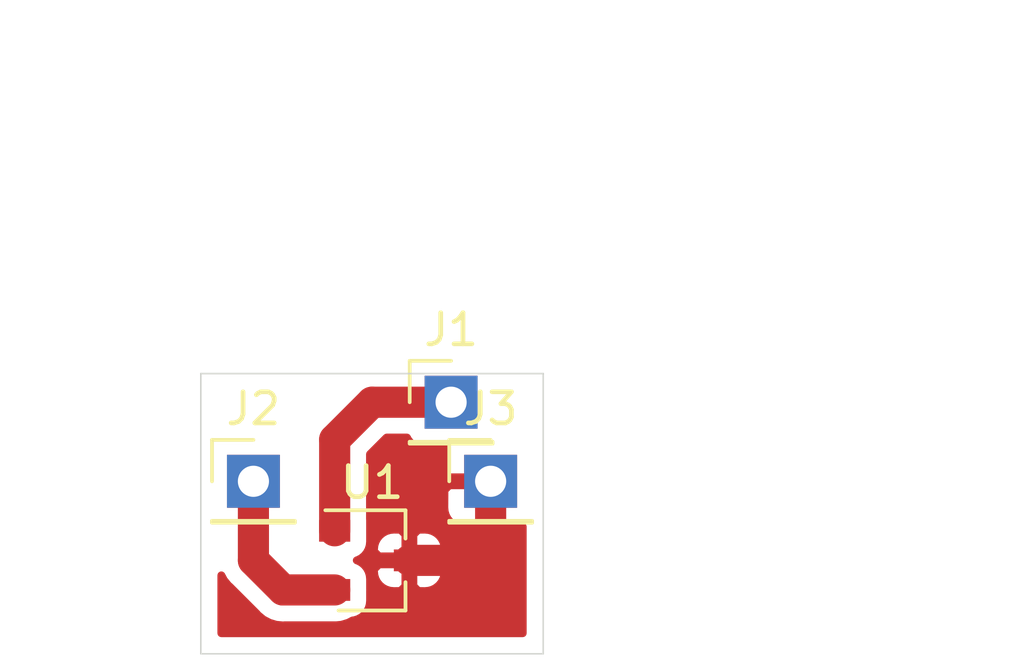
<source format=kicad_pcb>
(kicad_pcb (version 20171130) (host pcbnew "(5.1.9)-1")

  (general
    (thickness 1)
    (drawings 17)
    (tracks 9)
    (zones 0)
    (modules 4)
    (nets 4)
  )

  (page A4)
  (layers
    (0 F.Cu signal)
    (31 B.Cu signal)
    (32 B.Adhes user)
    (33 F.Adhes user)
    (34 B.Paste user)
    (35 F.Paste user)
    (36 B.SilkS user)
    (37 F.SilkS user)
    (38 B.Mask user)
    (39 F.Mask user)
    (40 Dwgs.User user)
    (41 Cmts.User user)
    (42 Eco1.User user)
    (43 Eco2.User user)
    (44 Edge.Cuts user)
    (45 Margin user)
    (46 B.CrtYd user)
    (47 F.CrtYd user)
    (48 B.Fab user)
    (49 F.Fab user)
  )

  (setup
    (last_trace_width 0.25)
    (user_trace_width 1)
    (user_trace_width 2)
    (trace_clearance 0.2)
    (zone_clearance 0.508)
    (zone_45_only no)
    (trace_min 0.2)
    (via_size 0.8)
    (via_drill 0.4)
    (via_min_size 0.4)
    (via_min_drill 0.3)
    (uvia_size 0.3)
    (uvia_drill 0.1)
    (uvias_allowed no)
    (uvia_min_size 0.2)
    (uvia_min_drill 0.1)
    (edge_width 0.05)
    (segment_width 0.2)
    (pcb_text_width 0.3)
    (pcb_text_size 1.5 1.5)
    (mod_edge_width 0.12)
    (mod_text_size 1 1)
    (mod_text_width 0.15)
    (pad_size 1.524 1.524)
    (pad_drill 0.762)
    (pad_to_mask_clearance 0)
    (aux_axis_origin 0 0)
    (grid_origin 127 88.9)
    (visible_elements 7FFFFFFF)
    (pcbplotparams
      (layerselection 0x010f0_ffffffff)
      (usegerberextensions true)
      (usegerberattributes false)
      (usegerberadvancedattributes false)
      (creategerberjobfile false)
      (excludeedgelayer true)
      (linewidth 0.100000)
      (plotframeref false)
      (viasonmask false)
      (mode 1)
      (useauxorigin true)
      (hpglpennumber 1)
      (hpglpenspeed 20)
      (hpglpendiameter 15.000000)
      (psnegative false)
      (psa4output false)
      (plotreference true)
      (plotvalue true)
      (plotinvisibletext false)
      (padsonsilk false)
      (subtractmaskfromsilk true)
      (outputformat 1)
      (mirror false)
      (drillshape 0)
      (scaleselection 1)
      (outputdirectory "gbr/"))
  )

  (net 0 "")
  (net 1 VCC)
  (net 2 "Net-(J2-Pad1)")
  (net 3 GND)

  (net_class Default "This is the default net class."
    (clearance 0.2)
    (trace_width 0.25)
    (via_dia 0.8)
    (via_drill 0.4)
    (uvia_dia 0.3)
    (uvia_drill 0.1)
    (add_net GND)
    (add_net "Net-(J2-Pad1)")
    (add_net VCC)
  )

  (module Package_TO_SOT_SMD:SOT-23W (layer F.Cu) (tedit 5A02FF57) (tstamp 60D4AE1B)
    (at 127 88.9)
    (descr "SOT-23W http://www.allegromicro.com/~/media/Files/Datasheets/A112x-Datasheet.ashx?la=en&hash=7BC461E058CC246E0BAB62433B2F1ECA104CA9D3")
    (tags SOT-23W)
    (path /60D6EDE4)
    (attr smd)
    (fp_text reference U1 (at 0 -2.5) (layer F.SilkS)
      (effects (font (size 1 1) (thickness 0.15)))
    )
    (fp_text value A1302ELHLT-T (at 0 2.5) (layer F.Fab)
      (effects (font (size 1 1) (thickness 0.15)))
    )
    (fp_line (start -1.95 1.74) (end -1.95 -1.74) (layer F.CrtYd) (width 0.05))
    (fp_line (start 1.95 1.74) (end -1.95 1.74) (layer F.CrtYd) (width 0.05))
    (fp_line (start 1.95 -1.74) (end 1.95 1.74) (layer F.CrtYd) (width 0.05))
    (fp_line (start -1.95 -1.74) (end 1.95 -1.74) (layer F.CrtYd) (width 0.05))
    (fp_line (start -0.955 1.49) (end 0.955 1.49) (layer F.Fab) (width 0.1))
    (fp_line (start 0.955 -1.49) (end 0.955 1.49) (layer F.Fab) (width 0.1))
    (fp_line (start -0.955 -0.49) (end 0.045 -1.49) (layer F.Fab) (width 0.1))
    (fp_line (start 0.045 -1.49) (end 0.955 -1.49) (layer F.Fab) (width 0.1))
    (fp_line (start -0.955 -0.49) (end -0.955 1.49) (layer F.Fab) (width 0.1))
    (fp_line (start -1.075 1.61) (end 1.075 1.61) (layer F.SilkS) (width 0.12))
    (fp_line (start -1.5 -1.61) (end 1.075 -1.61) (layer F.SilkS) (width 0.12))
    (fp_line (start 1.075 0.7) (end 1.075 1.61) (layer F.SilkS) (width 0.12))
    (fp_line (start 1.075 -1.61) (end 1.075 -0.7) (layer F.SilkS) (width 0.12))
    (fp_text user %R (at 0 0 90) (layer F.Fab)
      (effects (font (size 0.5 0.5) (thickness 0.075)))
    )
    (pad 3 smd rect (at 1.2 0) (size 1 0.7) (layers F.Cu F.Paste F.Mask)
      (net 3 GND))
    (pad 2 smd rect (at -1.2 0.95) (size 1 0.7) (layers F.Cu F.Paste F.Mask)
      (net 2 "Net-(J2-Pad1)"))
    (pad 1 smd rect (at -1.2 -0.95) (size 1 0.7) (layers F.Cu F.Paste F.Mask)
      (net 1 VCC))
    (model ${KISYS3DMOD}/Package_TO_SOT_SMD.3dshapes/SOT-23W.wrl
      (at (xyz 0 0 0))
      (scale (xyz 1 1 1))
      (rotate (xyz 0 0 0))
    )
  )

  (module Connector_PinHeader_2.54mm:PinHeader_1x01_P2.54mm_Vertical (layer F.Cu) (tedit 59FED5CC) (tstamp 619A3AEE)
    (at 130.81 86.36)
    (descr "Through hole straight pin header, 1x01, 2.54mm pitch, single row")
    (tags "Through hole pin header THT 1x01 2.54mm single row")
    (path /60D72BBA)
    (fp_text reference J3 (at 0 -2.33) (layer F.SilkS)
      (effects (font (size 1 1) (thickness 0.15)))
    )
    (fp_text value Conn_01x01 (at 0 2.33) (layer F.Fab)
      (effects (font (size 1 1) (thickness 0.15)))
    )
    (fp_line (start -0.635 -1.27) (end 1.27 -1.27) (layer F.Fab) (width 0.1))
    (fp_line (start 1.27 -1.27) (end 1.27 1.27) (layer F.Fab) (width 0.1))
    (fp_line (start 1.27 1.27) (end -1.27 1.27) (layer F.Fab) (width 0.1))
    (fp_line (start -1.27 1.27) (end -1.27 -0.635) (layer F.Fab) (width 0.1))
    (fp_line (start -1.27 -0.635) (end -0.635 -1.27) (layer F.Fab) (width 0.1))
    (fp_line (start -1.33 1.33) (end 1.33 1.33) (layer F.SilkS) (width 0.12))
    (fp_line (start -1.33 1.27) (end -1.33 1.33) (layer F.SilkS) (width 0.12))
    (fp_line (start 1.33 1.27) (end 1.33 1.33) (layer F.SilkS) (width 0.12))
    (fp_line (start -1.33 1.27) (end 1.33 1.27) (layer F.SilkS) (width 0.12))
    (fp_line (start -1.33 0) (end -1.33 -1.33) (layer F.SilkS) (width 0.12))
    (fp_line (start -1.33 -1.33) (end 0 -1.33) (layer F.SilkS) (width 0.12))
    (fp_line (start -1.8 -1.8) (end -1.8 1.8) (layer F.CrtYd) (width 0.05))
    (fp_line (start -1.8 1.8) (end 1.8 1.8) (layer F.CrtYd) (width 0.05))
    (fp_line (start 1.8 1.8) (end 1.8 -1.8) (layer F.CrtYd) (width 0.05))
    (fp_line (start 1.8 -1.8) (end -1.8 -1.8) (layer F.CrtYd) (width 0.05))
    (fp_text user %R (at 0 0 90) (layer F.Fab)
      (effects (font (size 1 1) (thickness 0.15)))
    )
    (pad 1 thru_hole rect (at 0 0) (size 1.7 1.7) (drill 1) (layers *.Cu *.Mask)
      (net 3 GND))
    (model ${KISYS3DMOD}/Connector_PinHeader_2.54mm.3dshapes/PinHeader_1x01_P2.54mm_Vertical.wrl
      (at (xyz 0 0 0))
      (scale (xyz 1 1 1))
      (rotate (xyz 0 0 0))
    )
  )

  (module Connector_PinHeader_2.54mm:PinHeader_1x01_P2.54mm_Vertical (layer F.Cu) (tedit 59FED5CC) (tstamp 60D4ADF1)
    (at 123.19 86.36)
    (descr "Through hole straight pin header, 1x01, 2.54mm pitch, single row")
    (tags "Through hole pin header THT 1x01 2.54mm single row")
    (path /60D71E2A)
    (fp_text reference J2 (at 0 -2.33) (layer F.SilkS)
      (effects (font (size 1 1) (thickness 0.15)))
    )
    (fp_text value Conn_01x01 (at 0 2.33) (layer F.Fab)
      (effects (font (size 1 1) (thickness 0.15)))
    )
    (fp_line (start 1.8 -1.8) (end -1.8 -1.8) (layer F.CrtYd) (width 0.05))
    (fp_line (start 1.8 1.8) (end 1.8 -1.8) (layer F.CrtYd) (width 0.05))
    (fp_line (start -1.8 1.8) (end 1.8 1.8) (layer F.CrtYd) (width 0.05))
    (fp_line (start -1.8 -1.8) (end -1.8 1.8) (layer F.CrtYd) (width 0.05))
    (fp_line (start -1.33 -1.33) (end 0 -1.33) (layer F.SilkS) (width 0.12))
    (fp_line (start -1.33 0) (end -1.33 -1.33) (layer F.SilkS) (width 0.12))
    (fp_line (start -1.33 1.27) (end 1.33 1.27) (layer F.SilkS) (width 0.12))
    (fp_line (start 1.33 1.27) (end 1.33 1.33) (layer F.SilkS) (width 0.12))
    (fp_line (start -1.33 1.27) (end -1.33 1.33) (layer F.SilkS) (width 0.12))
    (fp_line (start -1.33 1.33) (end 1.33 1.33) (layer F.SilkS) (width 0.12))
    (fp_line (start -1.27 -0.635) (end -0.635 -1.27) (layer F.Fab) (width 0.1))
    (fp_line (start -1.27 1.27) (end -1.27 -0.635) (layer F.Fab) (width 0.1))
    (fp_line (start 1.27 1.27) (end -1.27 1.27) (layer F.Fab) (width 0.1))
    (fp_line (start 1.27 -1.27) (end 1.27 1.27) (layer F.Fab) (width 0.1))
    (fp_line (start -0.635 -1.27) (end 1.27 -1.27) (layer F.Fab) (width 0.1))
    (fp_text user %R (at 0 0 90) (layer F.Fab)
      (effects (font (size 1 1) (thickness 0.15)))
    )
    (pad 1 thru_hole rect (at 0 0) (size 1.7 1.7) (drill 1) (layers *.Cu *.Mask)
      (net 2 "Net-(J2-Pad1)"))
    (model ${KISYS3DMOD}/Connector_PinHeader_2.54mm.3dshapes/PinHeader_1x01_P2.54mm_Vertical.wrl
      (at (xyz 0 0 0))
      (scale (xyz 1 1 1))
      (rotate (xyz 0 0 0))
    )
  )

  (module Connector_PinHeader_2.54mm:PinHeader_1x01_P2.54mm_Vertical (layer F.Cu) (tedit 59FED5CC) (tstamp 60D4ADDC)
    (at 129.54 83.82)
    (descr "Through hole straight pin header, 1x01, 2.54mm pitch, single row")
    (tags "Through hole pin header THT 1x01 2.54mm single row")
    (path /60D71194)
    (fp_text reference J1 (at 0 -2.33) (layer F.SilkS)
      (effects (font (size 1 1) (thickness 0.15)))
    )
    (fp_text value Conn_01x01 (at 0 2.33) (layer F.Fab)
      (effects (font (size 1 1) (thickness 0.15)))
    )
    (fp_line (start 1.8 -1.8) (end -1.8 -1.8) (layer F.CrtYd) (width 0.05))
    (fp_line (start 1.8 1.8) (end 1.8 -1.8) (layer F.CrtYd) (width 0.05))
    (fp_line (start -1.8 1.8) (end 1.8 1.8) (layer F.CrtYd) (width 0.05))
    (fp_line (start -1.8 -1.8) (end -1.8 1.8) (layer F.CrtYd) (width 0.05))
    (fp_line (start -1.33 -1.33) (end 0 -1.33) (layer F.SilkS) (width 0.12))
    (fp_line (start -1.33 0) (end -1.33 -1.33) (layer F.SilkS) (width 0.12))
    (fp_line (start -1.33 1.27) (end 1.33 1.27) (layer F.SilkS) (width 0.12))
    (fp_line (start 1.33 1.27) (end 1.33 1.33) (layer F.SilkS) (width 0.12))
    (fp_line (start -1.33 1.27) (end -1.33 1.33) (layer F.SilkS) (width 0.12))
    (fp_line (start -1.33 1.33) (end 1.33 1.33) (layer F.SilkS) (width 0.12))
    (fp_line (start -1.27 -0.635) (end -0.635 -1.27) (layer F.Fab) (width 0.1))
    (fp_line (start -1.27 1.27) (end -1.27 -0.635) (layer F.Fab) (width 0.1))
    (fp_line (start 1.27 1.27) (end -1.27 1.27) (layer F.Fab) (width 0.1))
    (fp_line (start 1.27 -1.27) (end 1.27 1.27) (layer F.Fab) (width 0.1))
    (fp_line (start -0.635 -1.27) (end 1.27 -1.27) (layer F.Fab) (width 0.1))
    (fp_text user %R (at 0 0 90) (layer F.Fab)
      (effects (font (size 1 1) (thickness 0.15)))
    )
    (pad 1 thru_hole rect (at 0 0) (size 1.7 1.7) (drill 1) (layers *.Cu *.Mask)
      (net 1 VCC))
    (model ${KISYS3DMOD}/Connector_PinHeader_2.54mm.3dshapes/PinHeader_1x01_P2.54mm_Vertical.wrl
      (at (xyz 0 0 0))
      (scale (xyz 1 1 1))
      (rotate (xyz 0 0 0))
    )
  )

  (gr_line (start 121.5 91.9) (end 121.5 82.9) (layer Edge.Cuts) (width 0.05) (tstamp 612B7BC7))
  (gr_line (start 132.5 91.9) (end 121.5 91.9) (layer Edge.Cuts) (width 0.05))
  (gr_line (start 132.5 82.9) (end 132.5 91.9) (layer Edge.Cuts) (width 0.05))
  (gr_line (start 121.5 82.9) (end 132.5 82.9) (layer Edge.Cuts) (width 0.05))
  (dimension 11 (width 0.15) (layer Dwgs.User)
    (gr_text "11.000 mm" (at 127 71.598) (layer Dwgs.User)
      (effects (font (size 1 1) (thickness 0.15)))
    )
    (feature1 (pts (xy 121.5 82.9) (xy 121.5 72.311579)))
    (feature2 (pts (xy 132.5 82.9) (xy 132.5 72.311579)))
    (crossbar (pts (xy 132.5 72.898) (xy 121.5 72.898)))
    (arrow1a (pts (xy 121.5 72.898) (xy 122.626504 72.311579)))
    (arrow1b (pts (xy 121.5 72.898) (xy 122.626504 73.484421)))
    (arrow2a (pts (xy 132.5 72.898) (xy 131.373496 72.311579)))
    (arrow2b (pts (xy 132.5 72.898) (xy 131.373496 73.484421)))
  )
  (dimension 9 (width 0.15) (layer Dwgs.User)
    (gr_text "9.000 mm" (at 146.588 87.4 270) (layer Dwgs.User)
      (effects (font (size 1 1) (thickness 0.15)))
    )
    (feature1 (pts (xy 132.5 91.9) (xy 145.874421 91.9)))
    (feature2 (pts (xy 132.5 82.9) (xy 145.874421 82.9)))
    (crossbar (pts (xy 145.288 82.9) (xy 145.288 91.9)))
    (arrow1a (pts (xy 145.288 91.9) (xy 144.701579 90.773496)))
    (arrow1b (pts (xy 145.288 91.9) (xy 145.874421 90.773496)))
    (arrow2a (pts (xy 145.288 82.9) (xy 144.701579 84.026504)))
    (arrow2b (pts (xy 145.288 82.9) (xy 145.874421 84.026504)))
  )
  (dimension 2.54 (width 0.15) (layer Dwgs.User)
    (gr_text "2.540 mm" (at 118.715 87.63 90) (layer Dwgs.User)
      (effects (font (size 1 1) (thickness 0.15)))
    )
    (feature1 (pts (xy 127 86.36) (xy 119.428579 86.36)))
    (feature2 (pts (xy 127 88.9) (xy 119.428579 88.9)))
    (crossbar (pts (xy 120.015 88.9) (xy 120.015 86.36)))
    (arrow1a (pts (xy 120.015 86.36) (xy 120.601421 87.486504)))
    (arrow1b (pts (xy 120.015 86.36) (xy 119.428579 87.486504)))
    (arrow2a (pts (xy 120.015 88.9) (xy 120.601421 87.773496)))
    (arrow2b (pts (xy 120.015 88.9) (xy 119.428579 87.773496)))
  )
  (dimension 3.81 (width 0.15) (layer Dwgs.User)
    (gr_text "3.810 mm" (at 128.905 79.98) (layer Dwgs.User)
      (effects (font (size 1 1) (thickness 0.15)))
    )
    (feature1 (pts (xy 130.81 88.9) (xy 130.81 80.693579)))
    (feature2 (pts (xy 127 88.9) (xy 127 80.693579)))
    (crossbar (pts (xy 127 81.28) (xy 130.81 81.28)))
    (arrow1a (pts (xy 130.81 81.28) (xy 129.683496 81.866421)))
    (arrow1b (pts (xy 130.81 81.28) (xy 129.683496 80.693579)))
    (arrow2a (pts (xy 127 81.28) (xy 128.126504 81.866421)))
    (arrow2b (pts (xy 127 81.28) (xy 128.126504 80.693579)))
  )
  (gr_circle (center 127 88.9) (end 129.54 88.9) (layer Dwgs.User) (width 0.15))
  (gr_line (start 121.5 82.9) (end 132.5 82.9) (layer Dwgs.User) (width 0.15) (tstamp 60D4B18C))
  (gr_line (start 121.5 91.9) (end 121.5 82.9) (layer Dwgs.User) (width 0.15))
  (gr_line (start 132.5 91.9) (end 121.5 91.9) (layer Dwgs.User) (width 0.15))
  (gr_line (start 132.5 82.9) (end 132.5 91.9) (layer Dwgs.User) (width 0.15))
  (gr_circle (center 127 88.9) (end 128.905 88.9) (layer Dwgs.User) (width 0.15))
  (dimension 5.08 (width 0.15) (layer Dwgs.User)
    (gr_text "5.080 mm" (at 139.73 86.36 90) (layer Dwgs.User)
      (effects (font (size 1 1) (thickness 0.15)))
    )
    (feature1 (pts (xy 127 83.82) (xy 139.016421 83.82)))
    (feature2 (pts (xy 127 88.9) (xy 139.016421 88.9)))
    (crossbar (pts (xy 138.43 88.9) (xy 138.43 83.82)))
    (arrow1a (pts (xy 138.43 83.82) (xy 139.016421 84.946504)))
    (arrow1b (pts (xy 138.43 83.82) (xy 137.843579 84.946504)))
    (arrow2a (pts (xy 138.43 88.9) (xy 139.016421 87.773496)))
    (arrow2b (pts (xy 138.43 88.9) (xy 137.843579 87.773496)))
  )
  (dimension 2.54 (width 0.15) (layer Dwgs.User)
    (gr_text "2.540 mm" (at 128.27 74.9) (layer Dwgs.User)
      (effects (font (size 1 1) (thickness 0.15)))
    )
    (feature1 (pts (xy 129.54 88.9) (xy 129.54 75.613579)))
    (feature2 (pts (xy 127 88.9) (xy 127 75.613579)))
    (crossbar (pts (xy 127 76.2) (xy 129.54 76.2)))
    (arrow1a (pts (xy 129.54 76.2) (xy 128.413496 76.786421)))
    (arrow1b (pts (xy 129.54 76.2) (xy 128.413496 75.613579)))
    (arrow2a (pts (xy 127 76.2) (xy 128.126504 76.786421)))
    (arrow2b (pts (xy 127 76.2) (xy 128.126504 75.613579)))
  )
  (dimension 3.81 (width 0.15) (layer Dwgs.User)
    (gr_text "3.810 mm" (at 125.095 77.44) (layer Dwgs.User)
      (effects (font (size 1 1) (thickness 0.15)))
    )
    (feature1 (pts (xy 123.19 88.9) (xy 123.19 78.153579)))
    (feature2 (pts (xy 127 88.9) (xy 127 78.153579)))
    (crossbar (pts (xy 127 78.74) (xy 123.19 78.74)))
    (arrow1a (pts (xy 123.19 78.74) (xy 124.316504 78.153579)))
    (arrow1b (pts (xy 123.19 78.74) (xy 124.316504 79.326421)))
    (arrow2a (pts (xy 127 78.74) (xy 125.873496 78.153579)))
    (arrow2b (pts (xy 127 78.74) (xy 125.873496 79.326421)))
  )

  (segment (start 125.8 87.95) (end 125.8 85.02) (width 1) (layer F.Cu) (net 1))
  (segment (start 127 83.82) (end 129.54 83.82) (width 1) (layer F.Cu) (net 1))
  (segment (start 125.8 85.02) (end 127 83.82) (width 1) (layer F.Cu) (net 1))
  (segment (start 125.8 89.85) (end 124.14 89.85) (width 1) (layer F.Cu) (net 2))
  (segment (start 123.19 88.9) (end 123.19 86.36) (width 1) (layer F.Cu) (net 2))
  (segment (start 124.14 89.85) (end 123.19 88.9) (width 1) (layer F.Cu) (net 2))
  (segment (start 128.2 88.9) (end 130.302 88.9) (width 1) (layer F.Cu) (net 3))
  (segment (start 130.302 88.9) (end 130.81 88.392) (width 1) (layer F.Cu) (net 3))
  (segment (start 130.81 88.392) (end 130.81 86.36) (width 1) (layer F.Cu) (net 3))

  (zone (net 3) (net_name GND) (layer F.Cu) (tstamp 0) (hatch edge 0.508)
    (connect_pads (clearance 0.508))
    (min_thickness 0.254)
    (fill yes (arc_segments 32) (thermal_gap 0.508) (thermal_bridge_width 0.508))
    (polygon
      (pts
        (xy 132.588 91.948) (xy 121.412 91.948) (xy 121.412 82.804) (xy 132.588 82.804)
      )
    )
    (filled_polygon
      (pts
        (xy 128.159463 85.024494) (xy 128.238815 85.121185) (xy 128.335506 85.200537) (xy 128.44582 85.259502) (xy 128.565518 85.295812)
        (xy 128.69 85.308072) (xy 129.357681 85.308072) (xy 129.334188 85.385518) (xy 129.321928 85.51) (xy 129.325 86.07425)
        (xy 129.48375 86.233) (xy 130.683 86.233) (xy 130.683 86.213) (xy 130.937 86.213) (xy 130.937 86.233)
        (xy 130.957 86.233) (xy 130.957 86.487) (xy 130.937 86.487) (xy 130.937 87.68625) (xy 131.09575 87.845)
        (xy 131.66 87.848072) (xy 131.784482 87.835812) (xy 131.840001 87.818971) (xy 131.840001 91.24) (xy 122.16 91.24)
        (xy 122.16 89.380741) (xy 122.241716 89.533623) (xy 122.383551 89.706449) (xy 122.426864 89.741995) (xy 123.298008 90.61314)
        (xy 123.333551 90.656449) (xy 123.495676 90.789502) (xy 123.506377 90.798284) (xy 123.703553 90.903676) (xy 123.917501 90.968577)
        (xy 124.14 90.990491) (xy 124.195752 90.985) (xy 125.855752 90.985) (xy 126.022499 90.968577) (xy 126.236447 90.903676)
        (xy 126.372553 90.830926) (xy 126.424482 90.825812) (xy 126.54418 90.789502) (xy 126.654494 90.730537) (xy 126.751185 90.651185)
        (xy 126.830537 90.554494) (xy 126.889502 90.44418) (xy 126.925812 90.324482) (xy 126.938072 90.2) (xy 126.938072 89.874561)
        (xy 126.940491 89.85) (xy 126.938072 89.825439) (xy 126.938072 89.5) (xy 126.925812 89.375518) (xy 126.889502 89.25582)
        (xy 126.886392 89.25) (xy 127.061928 89.25) (xy 127.074188 89.374482) (xy 127.110498 89.49418) (xy 127.169463 89.604494)
        (xy 127.248815 89.701185) (xy 127.345506 89.780537) (xy 127.45582 89.839502) (xy 127.575518 89.875812) (xy 127.7 89.888072)
        (xy 127.91425 89.885) (xy 128.073 89.72625) (xy 128.073 89.027) (xy 128.327 89.027) (xy 128.327 89.72625)
        (xy 128.48575 89.885) (xy 128.7 89.888072) (xy 128.824482 89.875812) (xy 128.94418 89.839502) (xy 129.054494 89.780537)
        (xy 129.151185 89.701185) (xy 129.230537 89.604494) (xy 129.289502 89.49418) (xy 129.325812 89.374482) (xy 129.338072 89.25)
        (xy 129.335 89.18575) (xy 129.17625 89.027) (xy 128.327 89.027) (xy 128.073 89.027) (xy 127.22375 89.027)
        (xy 127.065 89.18575) (xy 127.061928 89.25) (xy 126.886392 89.25) (xy 126.830537 89.145506) (xy 126.751185 89.048815)
        (xy 126.654494 88.969463) (xy 126.54418 88.910498) (xy 126.509573 88.9) (xy 126.54418 88.889502) (xy 126.654494 88.830537)
        (xy 126.751185 88.751185) (xy 126.830537 88.654494) (xy 126.886391 88.55) (xy 127.061928 88.55) (xy 127.065 88.61425)
        (xy 127.22375 88.773) (xy 128.073 88.773) (xy 128.073 88.07375) (xy 128.327 88.07375) (xy 128.327 88.773)
        (xy 129.17625 88.773) (xy 129.335 88.61425) (xy 129.338072 88.55) (xy 129.325812 88.425518) (xy 129.289502 88.30582)
        (xy 129.230537 88.195506) (xy 129.151185 88.098815) (xy 129.054494 88.019463) (xy 128.94418 87.960498) (xy 128.824482 87.924188)
        (xy 128.7 87.911928) (xy 128.48575 87.915) (xy 128.327 88.07375) (xy 128.073 88.07375) (xy 127.91425 87.915)
        (xy 127.7 87.911928) (xy 127.575518 87.924188) (xy 127.45582 87.960498) (xy 127.345506 88.019463) (xy 127.248815 88.098815)
        (xy 127.169463 88.195506) (xy 127.110498 88.30582) (xy 127.074188 88.425518) (xy 127.061928 88.55) (xy 126.886391 88.55)
        (xy 126.889502 88.54418) (xy 126.925812 88.424482) (xy 126.938072 88.3) (xy 126.938072 87.6) (xy 126.935 87.568808)
        (xy 126.935 87.21) (xy 129.321928 87.21) (xy 129.334188 87.334482) (xy 129.370498 87.45418) (xy 129.429463 87.564494)
        (xy 129.508815 87.661185) (xy 129.605506 87.740537) (xy 129.71582 87.799502) (xy 129.835518 87.835812) (xy 129.96 87.848072)
        (xy 130.52425 87.845) (xy 130.683 87.68625) (xy 130.683 86.487) (xy 129.48375 86.487) (xy 129.325 86.64575)
        (xy 129.321928 87.21) (xy 126.935 87.21) (xy 126.935 85.490131) (xy 127.470132 84.955) (xy 128.122317 84.955)
      )
    )
  )
)

</source>
